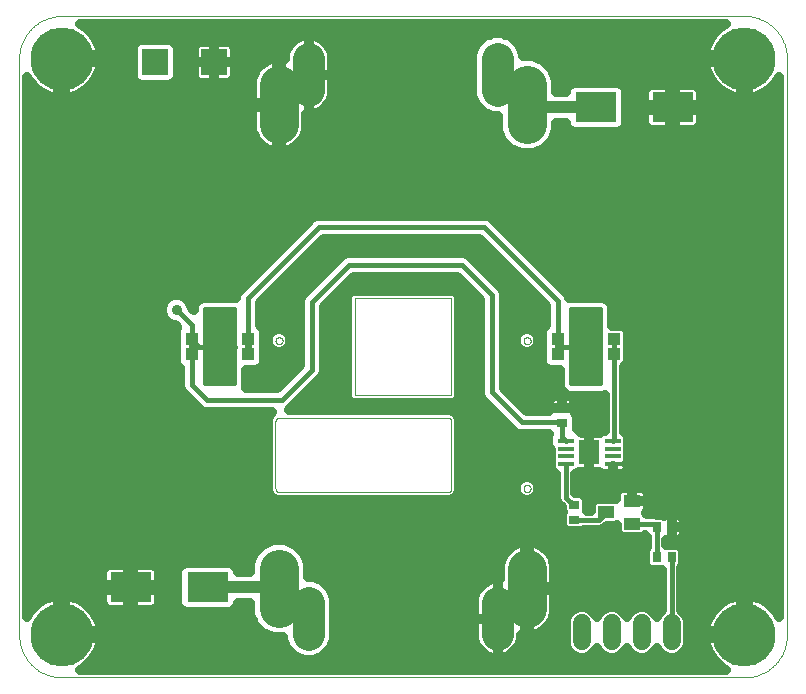
<source format=gtl>
G75*
%MOIN*%
%OFA0B0*%
%FSLAX25Y25*%
%IPPOS*%
%LPD*%
%AMOC8*
5,1,8,0,0,1.08239X$1,22.5*
%
%ADD10C,0.00000*%
%ADD11R,0.05512X0.03937*%
%ADD12R,0.05315X0.01772*%
%ADD13R,0.06693X0.07874*%
%ADD14R,0.04331X0.03937*%
%ADD15R,0.08661X0.07087*%
%ADD16C,0.01200*%
%ADD17R,0.03543X0.02756*%
%ADD18R,0.02756X0.03543*%
%ADD19C,0.12992*%
%ADD20C,0.10630*%
%ADD21R,0.13780X0.09843*%
%ADD22C,0.21000*%
%ADD23C,0.06000*%
%ADD24R,0.08600X0.08600*%
%ADD25C,0.02400*%
%ADD26C,0.01600*%
%ADD27C,0.03200*%
%ADD28C,0.01981*%
%ADD29C,0.04000*%
%ADD30C,0.03543*%
D10*
X0016773Y0003000D02*
X0244332Y0003000D01*
X0244674Y0003004D01*
X0245017Y0003017D01*
X0245359Y0003037D01*
X0245700Y0003066D01*
X0246040Y0003103D01*
X0246380Y0003149D01*
X0246718Y0003202D01*
X0247055Y0003264D01*
X0247390Y0003334D01*
X0247724Y0003412D01*
X0248055Y0003498D01*
X0248385Y0003592D01*
X0248712Y0003694D01*
X0249036Y0003803D01*
X0249358Y0003921D01*
X0249677Y0004046D01*
X0249992Y0004179D01*
X0250305Y0004320D01*
X0250613Y0004468D01*
X0250919Y0004623D01*
X0251220Y0004786D01*
X0251517Y0004956D01*
X0251810Y0005133D01*
X0252099Y0005318D01*
X0252383Y0005509D01*
X0252663Y0005707D01*
X0252937Y0005911D01*
X0253207Y0006123D01*
X0253471Y0006340D01*
X0253730Y0006564D01*
X0253984Y0006795D01*
X0254232Y0007031D01*
X0254474Y0007273D01*
X0254710Y0007521D01*
X0254941Y0007775D01*
X0255165Y0008034D01*
X0255382Y0008298D01*
X0255594Y0008568D01*
X0255798Y0008842D01*
X0255996Y0009122D01*
X0256187Y0009406D01*
X0256372Y0009695D01*
X0256549Y0009988D01*
X0256719Y0010285D01*
X0256882Y0010586D01*
X0257037Y0010892D01*
X0257185Y0011200D01*
X0257326Y0011513D01*
X0257459Y0011828D01*
X0257584Y0012147D01*
X0257702Y0012469D01*
X0257811Y0012793D01*
X0257913Y0013120D01*
X0258007Y0013450D01*
X0258093Y0013781D01*
X0258171Y0014115D01*
X0258241Y0014450D01*
X0258303Y0014787D01*
X0258356Y0015125D01*
X0258402Y0015465D01*
X0258439Y0015805D01*
X0258468Y0016146D01*
X0258488Y0016488D01*
X0258501Y0016831D01*
X0258505Y0017173D01*
X0258506Y0017173D02*
X0258506Y0209299D01*
X0258505Y0209299D02*
X0258501Y0209641D01*
X0258488Y0209984D01*
X0258468Y0210326D01*
X0258439Y0210667D01*
X0258402Y0211007D01*
X0258356Y0211347D01*
X0258303Y0211685D01*
X0258241Y0212022D01*
X0258171Y0212357D01*
X0258093Y0212691D01*
X0258007Y0213022D01*
X0257913Y0213352D01*
X0257811Y0213679D01*
X0257702Y0214003D01*
X0257584Y0214325D01*
X0257459Y0214644D01*
X0257326Y0214959D01*
X0257185Y0215272D01*
X0257037Y0215580D01*
X0256882Y0215886D01*
X0256719Y0216187D01*
X0256549Y0216484D01*
X0256372Y0216777D01*
X0256187Y0217066D01*
X0255996Y0217350D01*
X0255798Y0217630D01*
X0255594Y0217904D01*
X0255382Y0218174D01*
X0255165Y0218438D01*
X0254941Y0218697D01*
X0254710Y0218951D01*
X0254474Y0219199D01*
X0254232Y0219441D01*
X0253984Y0219677D01*
X0253730Y0219908D01*
X0253471Y0220132D01*
X0253207Y0220349D01*
X0252937Y0220561D01*
X0252663Y0220765D01*
X0252383Y0220963D01*
X0252099Y0221154D01*
X0251810Y0221339D01*
X0251517Y0221516D01*
X0251220Y0221686D01*
X0250919Y0221849D01*
X0250613Y0222004D01*
X0250305Y0222152D01*
X0249992Y0222293D01*
X0249677Y0222426D01*
X0249358Y0222551D01*
X0249036Y0222669D01*
X0248712Y0222778D01*
X0248385Y0222880D01*
X0248055Y0222974D01*
X0247724Y0223060D01*
X0247390Y0223138D01*
X0247055Y0223208D01*
X0246718Y0223270D01*
X0246380Y0223323D01*
X0246040Y0223369D01*
X0245700Y0223406D01*
X0245359Y0223435D01*
X0245017Y0223455D01*
X0244674Y0223468D01*
X0244332Y0223472D01*
X0016773Y0223472D01*
X0016431Y0223468D01*
X0016088Y0223455D01*
X0015746Y0223435D01*
X0015405Y0223406D01*
X0015065Y0223369D01*
X0014725Y0223323D01*
X0014387Y0223270D01*
X0014050Y0223208D01*
X0013715Y0223138D01*
X0013381Y0223060D01*
X0013050Y0222974D01*
X0012720Y0222880D01*
X0012393Y0222778D01*
X0012069Y0222669D01*
X0011747Y0222551D01*
X0011428Y0222426D01*
X0011113Y0222293D01*
X0010800Y0222152D01*
X0010492Y0222004D01*
X0010186Y0221849D01*
X0009885Y0221686D01*
X0009588Y0221516D01*
X0009295Y0221339D01*
X0009006Y0221154D01*
X0008722Y0220963D01*
X0008442Y0220765D01*
X0008168Y0220561D01*
X0007898Y0220349D01*
X0007634Y0220132D01*
X0007375Y0219908D01*
X0007121Y0219677D01*
X0006873Y0219441D01*
X0006631Y0219199D01*
X0006395Y0218951D01*
X0006164Y0218697D01*
X0005940Y0218438D01*
X0005723Y0218174D01*
X0005511Y0217904D01*
X0005307Y0217630D01*
X0005109Y0217350D01*
X0004918Y0217066D01*
X0004733Y0216777D01*
X0004556Y0216484D01*
X0004386Y0216187D01*
X0004223Y0215886D01*
X0004068Y0215580D01*
X0003920Y0215272D01*
X0003779Y0214959D01*
X0003646Y0214644D01*
X0003521Y0214325D01*
X0003403Y0214003D01*
X0003294Y0213679D01*
X0003192Y0213352D01*
X0003098Y0213022D01*
X0003012Y0212691D01*
X0002934Y0212357D01*
X0002864Y0212022D01*
X0002802Y0211685D01*
X0002749Y0211347D01*
X0002703Y0211007D01*
X0002666Y0210667D01*
X0002637Y0210326D01*
X0002617Y0209984D01*
X0002604Y0209641D01*
X0002600Y0209299D01*
X0002600Y0017173D01*
X0002604Y0016831D01*
X0002617Y0016488D01*
X0002637Y0016146D01*
X0002666Y0015805D01*
X0002703Y0015465D01*
X0002749Y0015125D01*
X0002802Y0014787D01*
X0002864Y0014450D01*
X0002934Y0014115D01*
X0003012Y0013781D01*
X0003098Y0013450D01*
X0003192Y0013120D01*
X0003294Y0012793D01*
X0003403Y0012469D01*
X0003521Y0012147D01*
X0003646Y0011828D01*
X0003779Y0011513D01*
X0003920Y0011200D01*
X0004068Y0010892D01*
X0004223Y0010586D01*
X0004386Y0010285D01*
X0004556Y0009988D01*
X0004733Y0009695D01*
X0004918Y0009406D01*
X0005109Y0009122D01*
X0005307Y0008842D01*
X0005511Y0008568D01*
X0005723Y0008298D01*
X0005940Y0008034D01*
X0006164Y0007775D01*
X0006395Y0007521D01*
X0006631Y0007273D01*
X0006873Y0007031D01*
X0007121Y0006795D01*
X0007375Y0006564D01*
X0007634Y0006340D01*
X0007898Y0006123D01*
X0008168Y0005911D01*
X0008442Y0005707D01*
X0008722Y0005509D01*
X0009006Y0005318D01*
X0009295Y0005133D01*
X0009588Y0004956D01*
X0009885Y0004786D01*
X0010186Y0004623D01*
X0010492Y0004468D01*
X0010800Y0004320D01*
X0011113Y0004179D01*
X0011428Y0004046D01*
X0011747Y0003921D01*
X0012069Y0003803D01*
X0012393Y0003694D01*
X0012720Y0003592D01*
X0013050Y0003498D01*
X0013381Y0003412D01*
X0013715Y0003334D01*
X0014050Y0003264D01*
X0014387Y0003202D01*
X0014725Y0003149D01*
X0015065Y0003103D01*
X0015405Y0003066D01*
X0015746Y0003037D01*
X0016088Y0003017D01*
X0016431Y0003004D01*
X0016773Y0003000D01*
X0088033Y0066031D02*
X0088033Y0088433D01*
X0088035Y0088499D01*
X0088040Y0088565D01*
X0088050Y0088631D01*
X0088063Y0088696D01*
X0088079Y0088760D01*
X0088099Y0088823D01*
X0088123Y0088885D01*
X0088150Y0088945D01*
X0088180Y0089004D01*
X0088214Y0089061D01*
X0088251Y0089116D01*
X0088291Y0089169D01*
X0088333Y0089220D01*
X0088379Y0089268D01*
X0088427Y0089314D01*
X0088478Y0089356D01*
X0088531Y0089396D01*
X0088586Y0089433D01*
X0088643Y0089467D01*
X0088702Y0089497D01*
X0088762Y0089524D01*
X0088824Y0089548D01*
X0088887Y0089568D01*
X0088951Y0089584D01*
X0089016Y0089597D01*
X0089082Y0089607D01*
X0089148Y0089612D01*
X0089214Y0089614D01*
X0145513Y0089614D01*
X0145579Y0089612D01*
X0145645Y0089607D01*
X0145711Y0089597D01*
X0145776Y0089584D01*
X0145840Y0089568D01*
X0145903Y0089548D01*
X0145965Y0089524D01*
X0146025Y0089497D01*
X0146084Y0089467D01*
X0146141Y0089433D01*
X0146196Y0089396D01*
X0146249Y0089356D01*
X0146300Y0089314D01*
X0146348Y0089268D01*
X0146394Y0089220D01*
X0146436Y0089169D01*
X0146476Y0089116D01*
X0146513Y0089061D01*
X0146547Y0089004D01*
X0146577Y0088945D01*
X0146604Y0088885D01*
X0146628Y0088823D01*
X0146648Y0088760D01*
X0146664Y0088696D01*
X0146677Y0088631D01*
X0146687Y0088565D01*
X0146692Y0088499D01*
X0146694Y0088433D01*
X0146694Y0065992D01*
X0146692Y0065926D01*
X0146687Y0065860D01*
X0146677Y0065794D01*
X0146664Y0065729D01*
X0146648Y0065665D01*
X0146628Y0065602D01*
X0146604Y0065540D01*
X0146577Y0065480D01*
X0146547Y0065421D01*
X0146513Y0065364D01*
X0146476Y0065309D01*
X0146436Y0065256D01*
X0146394Y0065205D01*
X0146348Y0065157D01*
X0146300Y0065111D01*
X0146249Y0065069D01*
X0146196Y0065029D01*
X0146141Y0064992D01*
X0146084Y0064958D01*
X0146025Y0064928D01*
X0145965Y0064901D01*
X0145903Y0064877D01*
X0145840Y0064857D01*
X0145776Y0064841D01*
X0145711Y0064828D01*
X0145645Y0064818D01*
X0145579Y0064813D01*
X0145513Y0064811D01*
X0089214Y0064811D01*
X0089148Y0064813D01*
X0089082Y0064818D01*
X0089016Y0064828D01*
X0088951Y0064841D01*
X0088887Y0064857D01*
X0088824Y0064877D01*
X0088762Y0064901D01*
X0088702Y0064928D01*
X0088643Y0064958D01*
X0088586Y0064992D01*
X0088531Y0065029D01*
X0088478Y0065069D01*
X0088427Y0065111D01*
X0088379Y0065157D01*
X0088333Y0065205D01*
X0088291Y0065256D01*
X0088251Y0065309D01*
X0088214Y0065364D01*
X0088180Y0065421D01*
X0088150Y0065480D01*
X0088123Y0065540D01*
X0088099Y0065602D01*
X0088079Y0065665D01*
X0088063Y0065729D01*
X0088050Y0065794D01*
X0088040Y0065860D01*
X0088035Y0065926D01*
X0088033Y0065992D01*
X0114411Y0097094D02*
X0146694Y0097094D01*
X0146694Y0129378D01*
X0114411Y0129378D01*
X0114411Y0097094D01*
X0088033Y0115205D02*
X0088035Y0115274D01*
X0088041Y0115342D01*
X0088051Y0115410D01*
X0088065Y0115477D01*
X0088083Y0115544D01*
X0088104Y0115609D01*
X0088130Y0115673D01*
X0088159Y0115735D01*
X0088191Y0115795D01*
X0088227Y0115854D01*
X0088267Y0115910D01*
X0088309Y0115964D01*
X0088355Y0116015D01*
X0088404Y0116064D01*
X0088455Y0116110D01*
X0088509Y0116152D01*
X0088565Y0116192D01*
X0088623Y0116228D01*
X0088684Y0116260D01*
X0088746Y0116289D01*
X0088810Y0116315D01*
X0088875Y0116336D01*
X0088942Y0116354D01*
X0089009Y0116368D01*
X0089077Y0116378D01*
X0089145Y0116384D01*
X0089214Y0116386D01*
X0089283Y0116384D01*
X0089351Y0116378D01*
X0089419Y0116368D01*
X0089486Y0116354D01*
X0089553Y0116336D01*
X0089618Y0116315D01*
X0089682Y0116289D01*
X0089744Y0116260D01*
X0089804Y0116228D01*
X0089863Y0116192D01*
X0089919Y0116152D01*
X0089973Y0116110D01*
X0090024Y0116064D01*
X0090073Y0116015D01*
X0090119Y0115964D01*
X0090161Y0115910D01*
X0090201Y0115854D01*
X0090237Y0115795D01*
X0090269Y0115735D01*
X0090298Y0115673D01*
X0090324Y0115609D01*
X0090345Y0115544D01*
X0090363Y0115477D01*
X0090377Y0115410D01*
X0090387Y0115342D01*
X0090393Y0115274D01*
X0090395Y0115205D01*
X0090393Y0115136D01*
X0090387Y0115068D01*
X0090377Y0115000D01*
X0090363Y0114933D01*
X0090345Y0114866D01*
X0090324Y0114801D01*
X0090298Y0114737D01*
X0090269Y0114675D01*
X0090237Y0114614D01*
X0090201Y0114556D01*
X0090161Y0114500D01*
X0090119Y0114446D01*
X0090073Y0114395D01*
X0090024Y0114346D01*
X0089973Y0114300D01*
X0089919Y0114258D01*
X0089863Y0114218D01*
X0089805Y0114182D01*
X0089744Y0114150D01*
X0089682Y0114121D01*
X0089618Y0114095D01*
X0089553Y0114074D01*
X0089486Y0114056D01*
X0089419Y0114042D01*
X0089351Y0114032D01*
X0089283Y0114026D01*
X0089214Y0114024D01*
X0089145Y0114026D01*
X0089077Y0114032D01*
X0089009Y0114042D01*
X0088942Y0114056D01*
X0088875Y0114074D01*
X0088810Y0114095D01*
X0088746Y0114121D01*
X0088684Y0114150D01*
X0088623Y0114182D01*
X0088565Y0114218D01*
X0088509Y0114258D01*
X0088455Y0114300D01*
X0088404Y0114346D01*
X0088355Y0114395D01*
X0088309Y0114446D01*
X0088267Y0114500D01*
X0088227Y0114556D01*
X0088191Y0114614D01*
X0088159Y0114675D01*
X0088130Y0114737D01*
X0088104Y0114801D01*
X0088083Y0114866D01*
X0088065Y0114933D01*
X0088051Y0115000D01*
X0088041Y0115068D01*
X0088035Y0115136D01*
X0088033Y0115205D01*
X0170710Y0115205D02*
X0170712Y0115274D01*
X0170718Y0115342D01*
X0170728Y0115410D01*
X0170742Y0115477D01*
X0170760Y0115544D01*
X0170781Y0115609D01*
X0170807Y0115673D01*
X0170836Y0115735D01*
X0170868Y0115795D01*
X0170904Y0115854D01*
X0170944Y0115910D01*
X0170986Y0115964D01*
X0171032Y0116015D01*
X0171081Y0116064D01*
X0171132Y0116110D01*
X0171186Y0116152D01*
X0171242Y0116192D01*
X0171300Y0116228D01*
X0171361Y0116260D01*
X0171423Y0116289D01*
X0171487Y0116315D01*
X0171552Y0116336D01*
X0171619Y0116354D01*
X0171686Y0116368D01*
X0171754Y0116378D01*
X0171822Y0116384D01*
X0171891Y0116386D01*
X0171960Y0116384D01*
X0172028Y0116378D01*
X0172096Y0116368D01*
X0172163Y0116354D01*
X0172230Y0116336D01*
X0172295Y0116315D01*
X0172359Y0116289D01*
X0172421Y0116260D01*
X0172481Y0116228D01*
X0172540Y0116192D01*
X0172596Y0116152D01*
X0172650Y0116110D01*
X0172701Y0116064D01*
X0172750Y0116015D01*
X0172796Y0115964D01*
X0172838Y0115910D01*
X0172878Y0115854D01*
X0172914Y0115795D01*
X0172946Y0115735D01*
X0172975Y0115673D01*
X0173001Y0115609D01*
X0173022Y0115544D01*
X0173040Y0115477D01*
X0173054Y0115410D01*
X0173064Y0115342D01*
X0173070Y0115274D01*
X0173072Y0115205D01*
X0173070Y0115136D01*
X0173064Y0115068D01*
X0173054Y0115000D01*
X0173040Y0114933D01*
X0173022Y0114866D01*
X0173001Y0114801D01*
X0172975Y0114737D01*
X0172946Y0114675D01*
X0172914Y0114614D01*
X0172878Y0114556D01*
X0172838Y0114500D01*
X0172796Y0114446D01*
X0172750Y0114395D01*
X0172701Y0114346D01*
X0172650Y0114300D01*
X0172596Y0114258D01*
X0172540Y0114218D01*
X0172482Y0114182D01*
X0172421Y0114150D01*
X0172359Y0114121D01*
X0172295Y0114095D01*
X0172230Y0114074D01*
X0172163Y0114056D01*
X0172096Y0114042D01*
X0172028Y0114032D01*
X0171960Y0114026D01*
X0171891Y0114024D01*
X0171822Y0114026D01*
X0171754Y0114032D01*
X0171686Y0114042D01*
X0171619Y0114056D01*
X0171552Y0114074D01*
X0171487Y0114095D01*
X0171423Y0114121D01*
X0171361Y0114150D01*
X0171300Y0114182D01*
X0171242Y0114218D01*
X0171186Y0114258D01*
X0171132Y0114300D01*
X0171081Y0114346D01*
X0171032Y0114395D01*
X0170986Y0114446D01*
X0170944Y0114500D01*
X0170904Y0114556D01*
X0170868Y0114614D01*
X0170836Y0114675D01*
X0170807Y0114737D01*
X0170781Y0114801D01*
X0170760Y0114866D01*
X0170742Y0114933D01*
X0170728Y0115000D01*
X0170718Y0115068D01*
X0170712Y0115136D01*
X0170710Y0115205D01*
X0170710Y0065992D02*
X0170712Y0066061D01*
X0170718Y0066129D01*
X0170728Y0066197D01*
X0170742Y0066264D01*
X0170760Y0066331D01*
X0170781Y0066396D01*
X0170807Y0066460D01*
X0170836Y0066522D01*
X0170868Y0066582D01*
X0170904Y0066641D01*
X0170944Y0066697D01*
X0170986Y0066751D01*
X0171032Y0066802D01*
X0171081Y0066851D01*
X0171132Y0066897D01*
X0171186Y0066939D01*
X0171242Y0066979D01*
X0171300Y0067015D01*
X0171361Y0067047D01*
X0171423Y0067076D01*
X0171487Y0067102D01*
X0171552Y0067123D01*
X0171619Y0067141D01*
X0171686Y0067155D01*
X0171754Y0067165D01*
X0171822Y0067171D01*
X0171891Y0067173D01*
X0171960Y0067171D01*
X0172028Y0067165D01*
X0172096Y0067155D01*
X0172163Y0067141D01*
X0172230Y0067123D01*
X0172295Y0067102D01*
X0172359Y0067076D01*
X0172421Y0067047D01*
X0172481Y0067015D01*
X0172540Y0066979D01*
X0172596Y0066939D01*
X0172650Y0066897D01*
X0172701Y0066851D01*
X0172750Y0066802D01*
X0172796Y0066751D01*
X0172838Y0066697D01*
X0172878Y0066641D01*
X0172914Y0066582D01*
X0172946Y0066522D01*
X0172975Y0066460D01*
X0173001Y0066396D01*
X0173022Y0066331D01*
X0173040Y0066264D01*
X0173054Y0066197D01*
X0173064Y0066129D01*
X0173070Y0066061D01*
X0173072Y0065992D01*
X0173070Y0065923D01*
X0173064Y0065855D01*
X0173054Y0065787D01*
X0173040Y0065720D01*
X0173022Y0065653D01*
X0173001Y0065588D01*
X0172975Y0065524D01*
X0172946Y0065462D01*
X0172914Y0065401D01*
X0172878Y0065343D01*
X0172838Y0065287D01*
X0172796Y0065233D01*
X0172750Y0065182D01*
X0172701Y0065133D01*
X0172650Y0065087D01*
X0172596Y0065045D01*
X0172540Y0065005D01*
X0172482Y0064969D01*
X0172421Y0064937D01*
X0172359Y0064908D01*
X0172295Y0064882D01*
X0172230Y0064861D01*
X0172163Y0064843D01*
X0172096Y0064829D01*
X0172028Y0064819D01*
X0171960Y0064813D01*
X0171891Y0064811D01*
X0171822Y0064813D01*
X0171754Y0064819D01*
X0171686Y0064829D01*
X0171619Y0064843D01*
X0171552Y0064861D01*
X0171487Y0064882D01*
X0171423Y0064908D01*
X0171361Y0064937D01*
X0171300Y0064969D01*
X0171242Y0065005D01*
X0171186Y0065045D01*
X0171132Y0065087D01*
X0171081Y0065133D01*
X0171032Y0065182D01*
X0170986Y0065233D01*
X0170944Y0065287D01*
X0170904Y0065343D01*
X0170868Y0065401D01*
X0170836Y0065462D01*
X0170807Y0065524D01*
X0170781Y0065588D01*
X0170760Y0065653D01*
X0170742Y0065720D01*
X0170728Y0065787D01*
X0170718Y0065855D01*
X0170712Y0065923D01*
X0170710Y0065992D01*
D11*
X0198269Y0058000D03*
X0206931Y0054260D03*
X0206931Y0061740D03*
D12*
X0200376Y0074161D03*
X0200376Y0076720D03*
X0200376Y0079280D03*
X0200376Y0081839D03*
X0184824Y0081839D03*
X0184824Y0079280D03*
X0184824Y0076720D03*
X0184824Y0074161D03*
D13*
X0192600Y0078000D03*
D14*
X0201025Y0110677D03*
X0201025Y0115795D03*
X0182128Y0115795D03*
X0182128Y0110677D03*
X0078978Y0110677D03*
X0078978Y0115795D03*
X0060080Y0115795D03*
X0060080Y0110677D03*
D15*
X0069529Y0113236D03*
X0191576Y0113236D03*
D16*
X0186576Y0113263D02*
X0196576Y0113263D01*
X0196576Y0112065D02*
X0186576Y0112065D01*
X0186576Y0110866D02*
X0196576Y0110866D01*
X0196576Y0109668D02*
X0186576Y0109668D01*
X0186576Y0108469D02*
X0196576Y0108469D01*
X0196576Y0107270D02*
X0186576Y0107270D01*
X0186576Y0106072D02*
X0196576Y0106072D01*
X0196576Y0104873D02*
X0186576Y0104873D01*
X0186576Y0103675D02*
X0196576Y0103675D01*
X0196576Y0102476D02*
X0186576Y0102476D01*
X0186576Y0101278D02*
X0196576Y0101278D01*
X0196576Y0100736D02*
X0186576Y0100736D01*
X0186576Y0125736D01*
X0196576Y0125736D01*
X0196576Y0100736D01*
X0196576Y0114462D02*
X0186576Y0114462D01*
X0186576Y0115660D02*
X0196576Y0115660D01*
X0196576Y0116859D02*
X0186576Y0116859D01*
X0186576Y0118057D02*
X0196576Y0118057D01*
X0196576Y0119256D02*
X0186576Y0119256D01*
X0186576Y0120454D02*
X0196576Y0120454D01*
X0196576Y0121653D02*
X0186576Y0121653D01*
X0186576Y0122851D02*
X0196576Y0122851D01*
X0196576Y0124050D02*
X0186576Y0124050D01*
X0186576Y0125248D02*
X0196576Y0125248D01*
X0074529Y0125248D02*
X0064529Y0125248D01*
X0064529Y0125736D02*
X0074529Y0125736D01*
X0074529Y0100736D01*
X0064529Y0100736D01*
X0064529Y0125736D01*
X0064529Y0124050D02*
X0074529Y0124050D01*
X0074529Y0122851D02*
X0064529Y0122851D01*
X0064529Y0121653D02*
X0074529Y0121653D01*
X0074529Y0120454D02*
X0064529Y0120454D01*
X0064529Y0119256D02*
X0074529Y0119256D01*
X0074529Y0118057D02*
X0064529Y0118057D01*
X0064529Y0116859D02*
X0074529Y0116859D01*
X0074529Y0115660D02*
X0064529Y0115660D01*
X0064529Y0114462D02*
X0074529Y0114462D01*
X0074529Y0113263D02*
X0064529Y0113263D01*
X0064529Y0112065D02*
X0074529Y0112065D01*
X0074529Y0110866D02*
X0064529Y0110866D01*
X0064529Y0109668D02*
X0074529Y0109668D01*
X0074529Y0108469D02*
X0064529Y0108469D01*
X0064529Y0107270D02*
X0074529Y0107270D01*
X0074529Y0106072D02*
X0064529Y0106072D01*
X0064529Y0104873D02*
X0074529Y0104873D01*
X0074529Y0103675D02*
X0064529Y0103675D01*
X0064529Y0102476D02*
X0074529Y0102476D01*
X0074529Y0101278D02*
X0064529Y0101278D01*
D17*
X0183486Y0092941D03*
X0183486Y0087823D03*
X0187600Y0060559D03*
X0187600Y0055441D03*
D18*
X0215041Y0053000D03*
X0220159Y0053000D03*
X0220159Y0043000D03*
X0215041Y0043000D03*
D19*
X0171891Y0039102D02*
X0171891Y0026110D01*
X0089214Y0026110D02*
X0089214Y0039102D01*
X0089214Y0187370D02*
X0089214Y0200362D01*
X0171891Y0200362D02*
X0171891Y0187370D01*
D20*
X0162049Y0198551D02*
X0162049Y0209181D01*
X0099057Y0209181D02*
X0099057Y0198551D01*
X0099057Y0027921D02*
X0099057Y0017291D01*
X0162049Y0017291D02*
X0162049Y0027921D01*
D21*
X0065395Y0033000D03*
X0039805Y0033000D03*
X0194805Y0193000D03*
X0220395Y0193000D03*
D22*
X0244332Y0209299D03*
X0244332Y0017173D03*
X0016773Y0017173D03*
X0016773Y0209299D03*
D23*
X0190100Y0021000D02*
X0190100Y0015000D01*
X0200100Y0015000D02*
X0200100Y0021000D01*
X0210100Y0021000D02*
X0210100Y0015000D01*
X0220100Y0015000D02*
X0220100Y0021000D01*
D24*
X0067600Y0208000D03*
X0047915Y0208000D03*
D25*
X0060080Y0115795D02*
X0060080Y0110677D01*
X0078978Y0110677D02*
X0078978Y0115795D01*
X0182128Y0115795D02*
X0182128Y0110677D01*
D26*
X0182876Y0113236D01*
X0191576Y0113236D01*
X0201025Y0110677D02*
X0201025Y0082488D01*
X0200376Y0081839D01*
X0184824Y0081839D02*
X0183486Y0083177D01*
X0183486Y0087823D01*
X0180809Y0088000D01*
X0170100Y0088000D01*
X0160100Y0098000D01*
X0160100Y0130500D01*
X0150100Y0140500D01*
X0112600Y0140500D01*
X0100100Y0128000D01*
X0100100Y0105500D01*
X0090100Y0095500D01*
X0065100Y0095500D01*
X0060080Y0100520D01*
X0060080Y0110677D01*
X0062639Y0113236D02*
X0069529Y0113236D01*
X0074450Y0113236D01*
X0078978Y0115795D02*
X0078978Y0129378D01*
X0102600Y0153000D01*
X0157600Y0153000D01*
X0182128Y0128472D01*
X0182128Y0115795D01*
X0201025Y0115795D02*
X0201025Y0110677D01*
X0184824Y0074161D02*
X0184824Y0062783D01*
X0187600Y0060559D01*
X0187600Y0055441D02*
X0195710Y0055441D01*
X0198269Y0058000D01*
X0206931Y0054260D02*
X0213781Y0054260D01*
X0215041Y0053000D01*
X0215041Y0043000D01*
X0220100Y0042941D02*
X0220159Y0043000D01*
X0220100Y0042941D02*
X0220100Y0018000D01*
X0062639Y0113236D02*
X0060080Y0115795D01*
X0060100Y0115795D01*
X0060100Y0115500D01*
X0060100Y0115795D02*
X0060100Y0120500D01*
X0055100Y0125500D01*
D27*
X0059525Y0127742D02*
X0061274Y0127742D01*
X0061329Y0127874D02*
X0060754Y0126487D01*
X0060754Y0125467D01*
X0060046Y0126175D01*
X0060046Y0126484D01*
X0059293Y0128302D01*
X0057902Y0129693D01*
X0056084Y0130446D01*
X0054116Y0130446D01*
X0052298Y0129693D01*
X0050907Y0128302D01*
X0050154Y0126484D01*
X0050154Y0124516D01*
X0050907Y0122698D01*
X0052298Y0121307D01*
X0054116Y0120554D01*
X0054425Y0120554D01*
X0055320Y0119659D01*
X0055223Y0119562D01*
X0054740Y0118395D01*
X0054740Y0108077D01*
X0055223Y0106910D01*
X0056106Y0106028D01*
X0056106Y0099729D01*
X0056711Y0098268D01*
X0057829Y0097150D01*
X0062848Y0092130D01*
X0064309Y0091525D01*
X0087008Y0091525D01*
X0086446Y0091201D01*
X0085433Y0089446D01*
X0085433Y0064979D01*
X0086446Y0063224D01*
X0086446Y0063224D01*
X0086446Y0063224D01*
X0088201Y0062211D01*
X0146527Y0062211D01*
X0148281Y0063224D01*
X0148281Y0063224D01*
X0148281Y0063224D01*
X0149294Y0064979D01*
X0149294Y0089446D01*
X0148281Y0091201D01*
X0146527Y0092214D01*
X0092435Y0092214D01*
X0093470Y0093248D01*
X0103470Y0103248D01*
X0104075Y0104709D01*
X0104075Y0126354D01*
X0114246Y0136525D01*
X0148454Y0136525D01*
X0156125Y0128854D01*
X0156125Y0097209D01*
X0156730Y0095748D01*
X0157848Y0094630D01*
X0167848Y0084630D01*
X0169309Y0084025D01*
X0179269Y0084025D01*
X0178992Y0083356D01*
X0178992Y0080321D01*
X0179475Y0079154D01*
X0179767Y0078863D01*
X0179767Y0072798D01*
X0180132Y0071916D01*
X0180807Y0071241D01*
X0181624Y0070903D01*
X0181624Y0063239D01*
X0181574Y0063066D01*
X0181624Y0062608D01*
X0181624Y0062147D01*
X0181694Y0061980D01*
X0181713Y0061800D01*
X0181935Y0061396D01*
X0182112Y0060971D01*
X0182239Y0060843D01*
X0182327Y0060684D01*
X0182686Y0060396D01*
X0183012Y0060071D01*
X0183179Y0060001D01*
X0183428Y0059801D01*
X0183428Y0058704D01*
X0183720Y0058000D01*
X0183428Y0057296D01*
X0183428Y0053586D01*
X0183794Y0052703D01*
X0184469Y0052028D01*
X0185351Y0051663D01*
X0189849Y0051663D01*
X0190731Y0052028D01*
X0190944Y0052241D01*
X0196347Y0052241D01*
X0197523Y0052728D01*
X0198426Y0053631D01*
X0201503Y0053631D01*
X0201775Y0053744D01*
X0201775Y0051814D01*
X0202140Y0050932D01*
X0202815Y0050257D01*
X0203697Y0049891D01*
X0210164Y0049891D01*
X0211046Y0050257D01*
X0211344Y0050555D01*
X0211628Y0049869D01*
X0211841Y0049656D01*
X0211841Y0046344D01*
X0211628Y0046131D01*
X0211263Y0045249D01*
X0211263Y0040751D01*
X0211628Y0039869D01*
X0212303Y0039194D01*
X0213186Y0038828D01*
X0216896Y0038828D01*
X0216900Y0038830D01*
X0216900Y0025437D01*
X0215522Y0024059D01*
X0215100Y0023040D01*
X0214678Y0024059D01*
X0213159Y0025578D01*
X0211174Y0026400D01*
X0209026Y0026400D01*
X0207041Y0025578D01*
X0205522Y0024059D01*
X0205100Y0023040D01*
X0204678Y0024059D01*
X0203159Y0025578D01*
X0201174Y0026400D01*
X0199026Y0026400D01*
X0197041Y0025578D01*
X0195522Y0024059D01*
X0195100Y0023040D01*
X0194678Y0024059D01*
X0193159Y0025578D01*
X0191174Y0026400D01*
X0189026Y0026400D01*
X0187041Y0025578D01*
X0185522Y0024059D01*
X0184700Y0022074D01*
X0184700Y0013926D01*
X0185522Y0011941D01*
X0187041Y0010422D01*
X0189026Y0009600D01*
X0191174Y0009600D01*
X0193159Y0010422D01*
X0194678Y0011941D01*
X0195100Y0012960D01*
X0195522Y0011941D01*
X0197041Y0010422D01*
X0199026Y0009600D01*
X0201174Y0009600D01*
X0203159Y0010422D01*
X0204678Y0011941D01*
X0205100Y0012960D01*
X0205522Y0011941D01*
X0207041Y0010422D01*
X0209026Y0009600D01*
X0211174Y0009600D01*
X0213159Y0010422D01*
X0214678Y0011941D01*
X0215100Y0012960D01*
X0215522Y0011941D01*
X0217041Y0010422D01*
X0219026Y0009600D01*
X0221174Y0009600D01*
X0223159Y0010422D01*
X0224678Y0011941D01*
X0225500Y0013926D01*
X0225500Y0022074D01*
X0224678Y0024059D01*
X0223300Y0025437D01*
X0223300Y0039597D01*
X0223572Y0039869D01*
X0223937Y0040751D01*
X0223937Y0045249D01*
X0223572Y0046131D01*
X0222896Y0046806D01*
X0222014Y0047172D01*
X0218304Y0047172D01*
X0218241Y0047146D01*
X0218241Y0048685D01*
X0218525Y0048628D01*
X0220159Y0048628D01*
X0220159Y0053000D01*
X0220159Y0057372D01*
X0218525Y0057372D01*
X0218023Y0057272D01*
X0217550Y0057076D01*
X0217388Y0056968D01*
X0216896Y0057172D01*
X0215113Y0057172D01*
X0214418Y0057460D01*
X0211774Y0057460D01*
X0211721Y0057588D01*
X0211450Y0057859D01*
X0211706Y0058114D01*
X0211991Y0058540D01*
X0212187Y0059013D01*
X0212287Y0059516D01*
X0212287Y0061740D01*
X0206931Y0061740D01*
X0206931Y0061740D01*
X0212287Y0061740D01*
X0212287Y0063965D01*
X0212187Y0064467D01*
X0211991Y0064940D01*
X0211706Y0065366D01*
X0211344Y0065728D01*
X0210918Y0066013D01*
X0210445Y0066209D01*
X0209943Y0066309D01*
X0206931Y0066309D01*
X0206931Y0061740D01*
X0206931Y0061740D01*
X0206931Y0066309D01*
X0203919Y0066309D01*
X0203416Y0066209D01*
X0202943Y0066013D01*
X0202517Y0065728D01*
X0202155Y0065366D01*
X0201871Y0064940D01*
X0201675Y0064467D01*
X0201575Y0063965D01*
X0201575Y0062339D01*
X0201503Y0062368D01*
X0195036Y0062368D01*
X0194154Y0062003D01*
X0193479Y0061328D01*
X0193113Y0060446D01*
X0193113Y0058641D01*
X0191746Y0058641D01*
X0191772Y0058704D01*
X0191772Y0062414D01*
X0191406Y0063296D01*
X0190731Y0063972D01*
X0189849Y0064337D01*
X0188024Y0064337D01*
X0188024Y0070903D01*
X0188841Y0071241D01*
X0189063Y0071463D01*
X0192527Y0071463D01*
X0192527Y0077927D01*
X0192673Y0077927D01*
X0192673Y0071463D01*
X0195854Y0071463D01*
X0196061Y0071256D01*
X0196487Y0070971D01*
X0196960Y0070776D01*
X0197462Y0070676D01*
X0200376Y0070676D01*
X0203289Y0070676D01*
X0203791Y0070776D01*
X0204265Y0070971D01*
X0204690Y0071256D01*
X0205053Y0071618D01*
X0205337Y0072044D01*
X0205533Y0072517D01*
X0205633Y0073020D01*
X0205633Y0074161D01*
X0204754Y0074161D01*
X0204754Y0074161D01*
X0205633Y0074161D01*
X0205633Y0075303D01*
X0205533Y0075806D01*
X0205433Y0076047D01*
X0205433Y0083202D01*
X0205068Y0084084D01*
X0204393Y0084759D01*
X0204225Y0084828D01*
X0204225Y0106539D01*
X0204550Y0106674D01*
X0205225Y0107349D01*
X0205591Y0108231D01*
X0205591Y0113123D01*
X0205544Y0113236D01*
X0205591Y0113349D01*
X0205591Y0118241D01*
X0205225Y0119123D01*
X0204550Y0119798D01*
X0203668Y0120164D01*
X0200351Y0120164D01*
X0200351Y0126487D01*
X0199776Y0127874D01*
X0198715Y0128936D01*
X0197327Y0129511D01*
X0186000Y0129511D01*
X0185497Y0130724D01*
X0184379Y0131842D01*
X0159852Y0156370D01*
X0158391Y0156975D01*
X0101809Y0156975D01*
X0100348Y0156370D01*
X0099230Y0155252D01*
X0075608Y0131629D01*
X0075003Y0130169D01*
X0075003Y0129511D01*
X0063778Y0129511D01*
X0062391Y0128936D01*
X0061329Y0127874D01*
X0052260Y0121345D02*
X0005200Y0121345D01*
X0005200Y0118146D02*
X0054740Y0118146D01*
X0054740Y0114948D02*
X0005200Y0114948D01*
X0005200Y0111749D02*
X0054740Y0111749D01*
X0054740Y0108551D02*
X0005200Y0108551D01*
X0005200Y0105352D02*
X0056106Y0105352D01*
X0056106Y0102154D02*
X0005200Y0102154D01*
X0005200Y0098955D02*
X0056426Y0098955D01*
X0059222Y0095757D02*
X0005200Y0095757D01*
X0005200Y0092558D02*
X0062420Y0092558D01*
X0078092Y0099475D02*
X0078304Y0099985D01*
X0078304Y0105534D01*
X0081775Y0105534D01*
X0082942Y0106017D01*
X0083835Y0106910D01*
X0084318Y0108077D01*
X0084318Y0118395D01*
X0083835Y0119562D01*
X0082953Y0120444D01*
X0082953Y0127732D01*
X0104246Y0149025D01*
X0155954Y0149025D01*
X0178153Y0126826D01*
X0178153Y0120444D01*
X0177271Y0119562D01*
X0176787Y0118395D01*
X0176787Y0108077D01*
X0177271Y0106910D01*
X0178164Y0106017D01*
X0179331Y0105534D01*
X0182802Y0105534D01*
X0182802Y0099985D01*
X0183376Y0098598D01*
X0184438Y0097536D01*
X0185826Y0096961D01*
X0197327Y0096961D01*
X0197825Y0097168D01*
X0197825Y0085124D01*
X0197241Y0085124D01*
X0196359Y0084759D01*
X0196137Y0084537D01*
X0192673Y0084537D01*
X0192673Y0078073D01*
X0192527Y0078073D01*
X0192527Y0084537D01*
X0190159Y0084537D01*
X0189280Y0085416D01*
X0188416Y0085774D01*
X0188432Y0085813D01*
X0188432Y0089832D01*
X0187949Y0090999D01*
X0187822Y0091127D01*
X0187857Y0091307D01*
X0187857Y0092941D01*
X0187857Y0094575D01*
X0187758Y0095077D01*
X0187562Y0095550D01*
X0187277Y0095976D01*
X0186915Y0096338D01*
X0186489Y0096623D01*
X0186016Y0096819D01*
X0185514Y0096919D01*
X0183486Y0096919D01*
X0183486Y0092941D01*
X0187857Y0092941D01*
X0183486Y0092941D01*
X0183486Y0092941D01*
X0183486Y0092941D01*
X0183486Y0096919D01*
X0181458Y0096919D01*
X0180956Y0096819D01*
X0180483Y0096623D01*
X0180057Y0096338D01*
X0179695Y0095976D01*
X0179410Y0095550D01*
X0179214Y0095077D01*
X0179114Y0094575D01*
X0179114Y0092941D01*
X0183486Y0092941D01*
X0183486Y0092941D01*
X0179114Y0092941D01*
X0179114Y0091975D01*
X0171746Y0091975D01*
X0164075Y0099646D01*
X0164075Y0131291D01*
X0163470Y0132752D01*
X0153470Y0142752D01*
X0152352Y0143870D01*
X0150891Y0144475D01*
X0111809Y0144475D01*
X0110348Y0143870D01*
X0097848Y0131370D01*
X0096730Y0130252D01*
X0096125Y0128791D01*
X0096125Y0107146D01*
X0088454Y0099475D01*
X0078092Y0099475D01*
X0078304Y0102154D02*
X0091133Y0102154D01*
X0094331Y0105352D02*
X0078304Y0105352D01*
X0084318Y0108551D02*
X0096125Y0108551D01*
X0096125Y0111749D02*
X0090753Y0111749D01*
X0091356Y0111999D02*
X0092420Y0113063D01*
X0092995Y0114453D01*
X0092995Y0115957D01*
X0092420Y0117347D01*
X0091356Y0118410D01*
X0089966Y0118986D01*
X0088462Y0118986D01*
X0087072Y0118410D01*
X0086009Y0117347D01*
X0085433Y0115957D01*
X0085433Y0114453D01*
X0086009Y0113063D01*
X0087072Y0111999D01*
X0088462Y0111424D01*
X0089966Y0111424D01*
X0091356Y0111999D01*
X0092995Y0114948D02*
X0096125Y0114948D01*
X0096125Y0118146D02*
X0091620Y0118146D01*
X0096125Y0121345D02*
X0082953Y0121345D01*
X0084318Y0118146D02*
X0086809Y0118146D01*
X0085433Y0114948D02*
X0084318Y0114948D01*
X0084318Y0111749D02*
X0087676Y0111749D01*
X0082953Y0124543D02*
X0096125Y0124543D01*
X0096125Y0127742D02*
X0082963Y0127742D01*
X0086162Y0130940D02*
X0097419Y0130940D01*
X0100618Y0134139D02*
X0089360Y0134139D01*
X0092559Y0137337D02*
X0103816Y0137337D01*
X0107015Y0140536D02*
X0095757Y0140536D01*
X0098956Y0143734D02*
X0110213Y0143734D01*
X0102154Y0146933D02*
X0158046Y0146933D01*
X0161244Y0143734D02*
X0152487Y0143734D01*
X0155685Y0140536D02*
X0164443Y0140536D01*
X0167641Y0137337D02*
X0158884Y0137337D01*
X0162082Y0134139D02*
X0170840Y0134139D01*
X0174038Y0130940D02*
X0164075Y0130940D01*
X0164075Y0127742D02*
X0177237Y0127742D01*
X0178153Y0124543D02*
X0164075Y0124543D01*
X0164075Y0121345D02*
X0178153Y0121345D01*
X0176787Y0118146D02*
X0174297Y0118146D01*
X0174033Y0118410D02*
X0172643Y0118986D01*
X0171139Y0118986D01*
X0169750Y0118410D01*
X0168686Y0117347D01*
X0168110Y0115957D01*
X0168110Y0114453D01*
X0168686Y0113063D01*
X0169750Y0111999D01*
X0171139Y0111424D01*
X0172643Y0111424D01*
X0174033Y0111999D01*
X0175097Y0113063D01*
X0175672Y0114453D01*
X0175672Y0115957D01*
X0175097Y0117347D01*
X0174033Y0118410D01*
X0175672Y0114948D02*
X0176787Y0114948D01*
X0176787Y0111749D02*
X0173430Y0111749D01*
X0170353Y0111749D02*
X0164075Y0111749D01*
X0164075Y0108551D02*
X0176787Y0108551D01*
X0182802Y0105352D02*
X0164075Y0105352D01*
X0164075Y0102154D02*
X0182802Y0102154D01*
X0183228Y0098955D02*
X0164766Y0098955D01*
X0167964Y0095757D02*
X0179548Y0095757D01*
X0179114Y0092558D02*
X0171163Y0092558D01*
X0166317Y0086161D02*
X0149294Y0086161D01*
X0149294Y0089360D02*
X0163119Y0089360D01*
X0159920Y0092558D02*
X0092780Y0092558D01*
X0095978Y0095757D02*
X0112151Y0095757D01*
X0112207Y0095622D02*
X0112938Y0094890D01*
X0113894Y0094494D01*
X0147212Y0094494D01*
X0148167Y0094890D01*
X0148899Y0095622D01*
X0149294Y0096577D01*
X0149294Y0129895D01*
X0148899Y0130851D01*
X0148167Y0131582D01*
X0147212Y0131978D01*
X0113894Y0131978D01*
X0112938Y0131582D01*
X0112207Y0130851D01*
X0111811Y0129895D01*
X0111811Y0128861D01*
X0111811Y0097612D01*
X0111811Y0096577D01*
X0112207Y0095622D01*
X0111811Y0098955D02*
X0099177Y0098955D01*
X0102375Y0102154D02*
X0111811Y0102154D01*
X0111811Y0105352D02*
X0104075Y0105352D01*
X0104075Y0108551D02*
X0111811Y0108551D01*
X0111811Y0111749D02*
X0104075Y0111749D01*
X0104075Y0114948D02*
X0111811Y0114948D01*
X0111811Y0118146D02*
X0104075Y0118146D01*
X0104075Y0121345D02*
X0111811Y0121345D01*
X0111811Y0124543D02*
X0104075Y0124543D01*
X0105463Y0127742D02*
X0111811Y0127742D01*
X0112297Y0130940D02*
X0108662Y0130940D01*
X0111860Y0134139D02*
X0150840Y0134139D01*
X0148809Y0130940D02*
X0154038Y0130940D01*
X0156125Y0127742D02*
X0149294Y0127742D01*
X0149294Y0124543D02*
X0156125Y0124543D01*
X0156125Y0121345D02*
X0149294Y0121345D01*
X0149294Y0118146D02*
X0156125Y0118146D01*
X0156125Y0114948D02*
X0149294Y0114948D01*
X0149294Y0111749D02*
X0156125Y0111749D01*
X0156125Y0108551D02*
X0149294Y0108551D01*
X0149294Y0105352D02*
X0156125Y0105352D01*
X0156125Y0102154D02*
X0149294Y0102154D01*
X0149294Y0098955D02*
X0156125Y0098955D01*
X0156727Y0095757D02*
X0148955Y0095757D01*
X0148281Y0091201D02*
X0148281Y0091201D01*
X0148281Y0091201D01*
X0149294Y0082963D02*
X0178992Y0082963D01*
X0179223Y0079764D02*
X0149294Y0079764D01*
X0149294Y0076566D02*
X0179767Y0076566D01*
X0179767Y0073367D02*
X0149294Y0073367D01*
X0149294Y0070169D02*
X0181624Y0070169D01*
X0181624Y0066970D02*
X0175579Y0066970D01*
X0175672Y0066744D02*
X0175097Y0068134D01*
X0174033Y0069198D01*
X0172643Y0069773D01*
X0171139Y0069773D01*
X0169750Y0069198D01*
X0168686Y0068134D01*
X0168110Y0066744D01*
X0168110Y0065240D01*
X0168686Y0063850D01*
X0169750Y0062787D01*
X0171139Y0062211D01*
X0172643Y0062211D01*
X0174033Y0062787D01*
X0175097Y0063850D01*
X0175672Y0065240D01*
X0175672Y0066744D01*
X0175018Y0063772D02*
X0181624Y0063772D01*
X0182465Y0060573D02*
X0005200Y0060573D01*
X0005200Y0057375D02*
X0183461Y0057375D01*
X0183428Y0054176D02*
X0005200Y0054176D01*
X0005200Y0050978D02*
X0202121Y0050978D01*
X0211263Y0044581D02*
X0179153Y0044581D01*
X0179471Y0044167D02*
X0178745Y0045113D01*
X0177902Y0045956D01*
X0176956Y0046682D01*
X0175923Y0047278D01*
X0174821Y0047734D01*
X0173670Y0048043D01*
X0172488Y0048198D01*
X0172457Y0048198D01*
X0172457Y0033172D01*
X0171326Y0033172D01*
X0171326Y0048198D01*
X0171295Y0048198D01*
X0170113Y0048043D01*
X0168961Y0047734D01*
X0167860Y0047278D01*
X0166827Y0046682D01*
X0165881Y0045956D01*
X0165038Y0045113D01*
X0164312Y0044167D01*
X0163716Y0043134D01*
X0163260Y0042032D01*
X0162951Y0040881D01*
X0162795Y0039699D01*
X0162795Y0035806D01*
X0162568Y0035836D01*
X0162049Y0035836D01*
X0162049Y0022606D01*
X0162049Y0009376D01*
X0162568Y0009376D01*
X0163596Y0009512D01*
X0164598Y0009780D01*
X0165557Y0010177D01*
X0166456Y0010696D01*
X0167279Y0011328D01*
X0168012Y0012061D01*
X0168644Y0012885D01*
X0169163Y0013783D01*
X0169560Y0014742D01*
X0169828Y0015744D01*
X0169964Y0016773D01*
X0169964Y0017210D01*
X0170113Y0017170D01*
X0171295Y0017014D01*
X0171326Y0017014D01*
X0171326Y0032041D01*
X0172457Y0032041D01*
X0172457Y0033172D01*
X0180987Y0033172D01*
X0180987Y0039699D01*
X0180832Y0040881D01*
X0180523Y0042032D01*
X0180067Y0043134D01*
X0179471Y0044167D01*
X0180697Y0041382D02*
X0211263Y0041382D01*
X0211841Y0047779D02*
X0174654Y0047779D01*
X0172457Y0047779D02*
X0171326Y0047779D01*
X0169129Y0047779D02*
X0093538Y0047779D01*
X0094692Y0047301D02*
X0091138Y0048773D01*
X0087291Y0048773D01*
X0083736Y0047301D01*
X0081016Y0044580D01*
X0079543Y0041026D01*
X0079543Y0038175D01*
X0075460Y0038175D01*
X0075460Y0038553D01*
X0074977Y0039720D01*
X0074083Y0040613D01*
X0072917Y0041096D01*
X0057874Y0041096D01*
X0056707Y0040613D01*
X0055814Y0039720D01*
X0055331Y0038553D01*
X0055331Y0027447D01*
X0055814Y0026280D01*
X0056707Y0025387D01*
X0057874Y0024904D01*
X0072917Y0024904D01*
X0074083Y0025387D01*
X0074977Y0026280D01*
X0075460Y0027447D01*
X0075460Y0027825D01*
X0079543Y0027825D01*
X0079543Y0024187D01*
X0081016Y0020632D01*
X0083736Y0017912D01*
X0087291Y0016439D01*
X0090567Y0016439D01*
X0090567Y0015603D01*
X0091859Y0012482D01*
X0094248Y0010094D01*
X0097368Y0008802D01*
X0100745Y0008802D01*
X0103866Y0010094D01*
X0106254Y0012482D01*
X0107546Y0015603D01*
X0107546Y0029610D01*
X0106254Y0032730D01*
X0103866Y0035119D01*
X0100745Y0036411D01*
X0098885Y0036411D01*
X0098885Y0041026D01*
X0097413Y0044580D01*
X0094692Y0047301D01*
X0097413Y0044581D02*
X0164630Y0044581D01*
X0163085Y0041382D02*
X0098738Y0041382D01*
X0098885Y0038184D02*
X0162795Y0038184D01*
X0162049Y0035836D02*
X0161530Y0035836D01*
X0160501Y0035701D01*
X0159499Y0035432D01*
X0158541Y0035035D01*
X0157642Y0034516D01*
X0156819Y0033885D01*
X0156085Y0033151D01*
X0155454Y0032328D01*
X0154935Y0031429D01*
X0154538Y0030471D01*
X0154269Y0029469D01*
X0154134Y0028440D01*
X0154134Y0022606D01*
X0154134Y0016773D01*
X0154269Y0015744D01*
X0154538Y0014742D01*
X0154935Y0013783D01*
X0155454Y0012885D01*
X0156085Y0012061D01*
X0156819Y0011328D01*
X0157642Y0010696D01*
X0158541Y0010177D01*
X0159499Y0009780D01*
X0160501Y0009512D01*
X0161530Y0009376D01*
X0162049Y0009376D01*
X0162049Y0022606D01*
X0162049Y0022606D01*
X0154134Y0022606D01*
X0162049Y0022606D01*
X0162049Y0022606D01*
X0162049Y0022606D01*
X0162049Y0035836D01*
X0162049Y0034985D02*
X0162049Y0034985D01*
X0162049Y0031787D02*
X0162049Y0031787D01*
X0162049Y0028588D02*
X0162049Y0028588D01*
X0162049Y0025390D02*
X0162049Y0025390D01*
X0162049Y0022191D02*
X0162049Y0022191D01*
X0162049Y0018993D02*
X0162049Y0018993D01*
X0162049Y0015794D02*
X0162049Y0015794D01*
X0162049Y0012596D02*
X0162049Y0012596D01*
X0162049Y0009397D02*
X0162049Y0009397D01*
X0162724Y0009397D02*
X0233773Y0009397D01*
X0233798Y0009360D02*
X0234614Y0008365D01*
X0235524Y0007455D01*
X0236519Y0006639D01*
X0237589Y0005923D01*
X0238195Y0005600D01*
X0022911Y0005600D01*
X0023516Y0005923D01*
X0024586Y0006639D01*
X0025581Y0007455D01*
X0026491Y0008365D01*
X0027308Y0009360D01*
X0028023Y0010430D01*
X0028630Y0011565D01*
X0029122Y0012755D01*
X0029496Y0013986D01*
X0029747Y0015249D01*
X0029823Y0016017D01*
X0017929Y0016017D01*
X0017929Y0018329D01*
X0015617Y0018329D01*
X0015617Y0030223D01*
X0014849Y0030147D01*
X0013586Y0029896D01*
X0012355Y0029522D01*
X0011165Y0029030D01*
X0010030Y0028423D01*
X0008960Y0027708D01*
X0007965Y0026891D01*
X0007055Y0025981D01*
X0006239Y0024986D01*
X0005523Y0023916D01*
X0005200Y0023311D01*
X0005200Y0203161D01*
X0005523Y0202556D01*
X0006239Y0201486D01*
X0007055Y0200491D01*
X0007965Y0199581D01*
X0008960Y0198765D01*
X0010030Y0198049D01*
X0011165Y0197443D01*
X0012355Y0196950D01*
X0013586Y0196576D01*
X0014849Y0196325D01*
X0015617Y0196250D01*
X0015617Y0208143D01*
X0017929Y0208143D01*
X0017929Y0196250D01*
X0018698Y0196325D01*
X0019960Y0196576D01*
X0021192Y0196950D01*
X0022381Y0197443D01*
X0023516Y0198049D01*
X0024586Y0198765D01*
X0025581Y0199581D01*
X0026491Y0200491D01*
X0027308Y0201486D01*
X0028023Y0202556D01*
X0028630Y0203691D01*
X0029122Y0204881D01*
X0029496Y0206112D01*
X0029747Y0207375D01*
X0029823Y0208143D01*
X0017929Y0208143D01*
X0017929Y0210455D01*
X0029823Y0210455D01*
X0029747Y0211224D01*
X0029496Y0212486D01*
X0029122Y0213718D01*
X0028630Y0214907D01*
X0028023Y0216042D01*
X0027308Y0217112D01*
X0026491Y0218107D01*
X0025581Y0219017D01*
X0024586Y0219834D01*
X0023516Y0220549D01*
X0022911Y0220872D01*
X0238195Y0220872D01*
X0237589Y0220549D01*
X0236519Y0219834D01*
X0235524Y0219017D01*
X0234614Y0218107D01*
X0233798Y0217112D01*
X0233082Y0216042D01*
X0232476Y0214907D01*
X0231983Y0213718D01*
X0231610Y0212486D01*
X0231358Y0211224D01*
X0231283Y0210455D01*
X0243176Y0210455D01*
X0243176Y0208143D01*
X0231283Y0208143D01*
X0231358Y0207375D01*
X0231610Y0206112D01*
X0231983Y0204881D01*
X0232476Y0203691D01*
X0233082Y0202556D01*
X0233798Y0201486D01*
X0234614Y0200491D01*
X0235524Y0199581D01*
X0236519Y0198765D01*
X0237589Y0198049D01*
X0238725Y0197443D01*
X0239914Y0196950D01*
X0241145Y0196576D01*
X0242408Y0196325D01*
X0243176Y0196250D01*
X0243176Y0208143D01*
X0245488Y0208143D01*
X0245488Y0196250D01*
X0246257Y0196325D01*
X0247519Y0196576D01*
X0248751Y0196950D01*
X0249940Y0197443D01*
X0251075Y0198049D01*
X0252145Y0198765D01*
X0253140Y0199581D01*
X0254050Y0200491D01*
X0254867Y0201486D01*
X0255582Y0202556D01*
X0255906Y0203161D01*
X0255906Y0023311D01*
X0255582Y0023916D01*
X0254867Y0024986D01*
X0254050Y0025981D01*
X0253140Y0026891D01*
X0252145Y0027708D01*
X0251075Y0028423D01*
X0249940Y0029030D01*
X0248751Y0029522D01*
X0247519Y0029896D01*
X0246257Y0030147D01*
X0245488Y0030223D01*
X0245488Y0018329D01*
X0243176Y0018329D01*
X0243176Y0016017D01*
X0231283Y0016017D01*
X0231358Y0015249D01*
X0231610Y0013986D01*
X0231983Y0012755D01*
X0232476Y0011565D01*
X0233082Y0010430D01*
X0233798Y0009360D01*
X0232049Y0012596D02*
X0224949Y0012596D01*
X0225500Y0015794D02*
X0231305Y0015794D01*
X0231283Y0018329D02*
X0243176Y0018329D01*
X0243176Y0030223D01*
X0242408Y0030147D01*
X0241145Y0029896D01*
X0239914Y0029522D01*
X0238725Y0029030D01*
X0237589Y0028423D01*
X0236519Y0027708D01*
X0235524Y0026891D01*
X0234614Y0025981D01*
X0233798Y0024986D01*
X0233082Y0023916D01*
X0232476Y0022781D01*
X0231983Y0021592D01*
X0231610Y0020360D01*
X0231358Y0019098D01*
X0231283Y0018329D01*
X0231348Y0018993D02*
X0225500Y0018993D01*
X0225452Y0022191D02*
X0232231Y0022191D01*
X0234129Y0025390D02*
X0223347Y0025390D01*
X0223300Y0028588D02*
X0237898Y0028588D01*
X0243176Y0028588D02*
X0245488Y0028588D01*
X0245488Y0025390D02*
X0243176Y0025390D01*
X0243176Y0022191D02*
X0245488Y0022191D01*
X0245488Y0018993D02*
X0243176Y0018993D01*
X0250766Y0028588D02*
X0255906Y0028588D01*
X0255906Y0025390D02*
X0254536Y0025390D01*
X0255906Y0031787D02*
X0223300Y0031787D01*
X0223300Y0034985D02*
X0255906Y0034985D01*
X0255906Y0038184D02*
X0223300Y0038184D01*
X0223937Y0041382D02*
X0255906Y0041382D01*
X0255906Y0044581D02*
X0223937Y0044581D01*
X0222295Y0048728D02*
X0221793Y0048628D01*
X0220159Y0048628D01*
X0220159Y0053000D01*
X0220159Y0053000D01*
X0220159Y0053000D01*
X0220159Y0057372D01*
X0221793Y0057372D01*
X0222295Y0057272D01*
X0222769Y0057076D01*
X0223194Y0056791D01*
X0223557Y0056429D01*
X0223841Y0056003D01*
X0224037Y0055530D01*
X0224137Y0055028D01*
X0224137Y0053000D01*
X0220159Y0053000D01*
X0220159Y0053000D01*
X0224137Y0053000D01*
X0224137Y0050972D01*
X0224037Y0050470D01*
X0223841Y0049997D01*
X0223557Y0049571D01*
X0223194Y0049209D01*
X0222769Y0048924D01*
X0222295Y0048728D01*
X0224137Y0050978D02*
X0255906Y0050978D01*
X0255906Y0054176D02*
X0224137Y0054176D01*
X0220159Y0054176D02*
X0220159Y0054176D01*
X0220159Y0050978D02*
X0220159Y0050978D01*
X0218241Y0047779D02*
X0255906Y0047779D01*
X0255906Y0057375D02*
X0214623Y0057375D01*
X0212287Y0060573D02*
X0255906Y0060573D01*
X0255906Y0063772D02*
X0212287Y0063772D01*
X0206931Y0063772D02*
X0206931Y0063772D01*
X0201575Y0063772D02*
X0190931Y0063772D01*
X0188024Y0066970D02*
X0255906Y0066970D01*
X0255906Y0070169D02*
X0188024Y0070169D01*
X0192527Y0073367D02*
X0192673Y0073367D01*
X0192673Y0076566D02*
X0192527Y0076566D01*
X0192527Y0079764D02*
X0192673Y0079764D01*
X0192673Y0082963D02*
X0192527Y0082963D01*
X0188432Y0086161D02*
X0197825Y0086161D01*
X0197825Y0089360D02*
X0188432Y0089360D01*
X0187857Y0092558D02*
X0197825Y0092558D01*
X0197825Y0095757D02*
X0187424Y0095757D01*
X0183486Y0095757D02*
X0183486Y0095757D01*
X0204225Y0095757D02*
X0255906Y0095757D01*
X0255906Y0098955D02*
X0204225Y0098955D01*
X0204225Y0102154D02*
X0255906Y0102154D01*
X0255906Y0105352D02*
X0204225Y0105352D01*
X0205591Y0108551D02*
X0255906Y0108551D01*
X0255906Y0111749D02*
X0205591Y0111749D01*
X0205591Y0114948D02*
X0255906Y0114948D01*
X0255906Y0118146D02*
X0205591Y0118146D01*
X0200351Y0121345D02*
X0255906Y0121345D01*
X0255906Y0124543D02*
X0200351Y0124543D01*
X0199831Y0127742D02*
X0255906Y0127742D01*
X0255906Y0130940D02*
X0185281Y0130940D01*
X0182082Y0134139D02*
X0255906Y0134139D01*
X0255906Y0137337D02*
X0178884Y0137337D01*
X0175685Y0140536D02*
X0255906Y0140536D01*
X0255906Y0143734D02*
X0172487Y0143734D01*
X0169288Y0146933D02*
X0255906Y0146933D01*
X0255906Y0150132D02*
X0166090Y0150132D01*
X0162891Y0153330D02*
X0255906Y0153330D01*
X0255906Y0156529D02*
X0159468Y0156529D01*
X0169968Y0177699D02*
X0173815Y0177699D01*
X0177369Y0179172D01*
X0180090Y0181892D01*
X0181562Y0185446D01*
X0181562Y0187825D01*
X0184740Y0187825D01*
X0184740Y0187447D01*
X0185223Y0186280D01*
X0186117Y0185387D01*
X0187283Y0184904D01*
X0202326Y0184904D01*
X0203493Y0185387D01*
X0204386Y0186280D01*
X0204869Y0187447D01*
X0204869Y0198553D01*
X0204386Y0199720D01*
X0203493Y0200613D01*
X0202326Y0201096D01*
X0187283Y0201096D01*
X0186117Y0200613D01*
X0185223Y0199720D01*
X0184740Y0198553D01*
X0184740Y0198175D01*
X0181562Y0198175D01*
X0181562Y0202286D01*
X0180090Y0205840D01*
X0177369Y0208561D01*
X0173815Y0210033D01*
X0170539Y0210033D01*
X0170539Y0210870D01*
X0169246Y0213990D01*
X0166858Y0216378D01*
X0163738Y0217671D01*
X0160360Y0217671D01*
X0157240Y0216378D01*
X0154852Y0213990D01*
X0153559Y0210870D01*
X0153559Y0196862D01*
X0154852Y0193742D01*
X0157240Y0191354D01*
X0160360Y0190061D01*
X0162220Y0190061D01*
X0162220Y0185446D01*
X0163693Y0181892D01*
X0166413Y0179172D01*
X0169968Y0177699D01*
X0167025Y0178918D02*
X0092578Y0178918D01*
X0092144Y0178738D02*
X0093246Y0179195D01*
X0094279Y0179791D01*
X0095224Y0180517D01*
X0096068Y0181360D01*
X0096793Y0182306D01*
X0097390Y0183338D01*
X0097846Y0184440D01*
X0098155Y0185592D01*
X0098310Y0186774D01*
X0098310Y0190666D01*
X0098538Y0190636D01*
X0099057Y0190636D01*
X0099575Y0190636D01*
X0100604Y0190772D01*
X0101606Y0191040D01*
X0102565Y0191437D01*
X0103463Y0191956D01*
X0104287Y0192588D01*
X0105020Y0193321D01*
X0105652Y0194144D01*
X0106171Y0195043D01*
X0106568Y0196002D01*
X0106836Y0197004D01*
X0106972Y0198032D01*
X0106972Y0203866D01*
X0099057Y0203866D01*
X0099057Y0203866D01*
X0106972Y0203866D01*
X0106972Y0209700D01*
X0106836Y0210729D01*
X0106568Y0211731D01*
X0106171Y0212689D01*
X0105652Y0213588D01*
X0105020Y0214411D01*
X0104287Y0215145D01*
X0103463Y0215776D01*
X0102565Y0216295D01*
X0101606Y0216692D01*
X0100604Y0216961D01*
X0099575Y0217096D01*
X0099057Y0217096D01*
X0099057Y0203866D01*
X0099057Y0190636D01*
X0099057Y0203866D01*
X0099057Y0203866D01*
X0099057Y0203866D01*
X0099057Y0217096D01*
X0098538Y0217096D01*
X0097509Y0216961D01*
X0096507Y0216692D01*
X0095548Y0216295D01*
X0094650Y0215776D01*
X0093827Y0215145D01*
X0093093Y0214411D01*
X0092462Y0213588D01*
X0091943Y0212689D01*
X0091546Y0211731D01*
X0091277Y0210729D01*
X0091142Y0209700D01*
X0091142Y0209263D01*
X0090993Y0209303D01*
X0089810Y0209458D01*
X0089780Y0209458D01*
X0089780Y0194432D01*
X0088649Y0194432D01*
X0088649Y0209458D01*
X0088618Y0209458D01*
X0087436Y0209303D01*
X0086284Y0208994D01*
X0085182Y0208538D01*
X0084150Y0207942D01*
X0083204Y0207216D01*
X0082361Y0206373D01*
X0081635Y0205427D01*
X0081039Y0204394D01*
X0080582Y0203292D01*
X0080274Y0202141D01*
X0080118Y0200958D01*
X0080118Y0194431D01*
X0088649Y0194431D01*
X0088649Y0193301D01*
X0089780Y0193301D01*
X0089780Y0178274D01*
X0089810Y0178274D01*
X0090993Y0178430D01*
X0092144Y0178738D01*
X0089780Y0178918D02*
X0088649Y0178918D01*
X0088649Y0178274D02*
X0088649Y0193301D01*
X0080118Y0193301D01*
X0080118Y0186774D01*
X0080274Y0185592D01*
X0080582Y0184440D01*
X0081039Y0183338D01*
X0081635Y0182306D01*
X0082361Y0181360D01*
X0083204Y0180517D01*
X0084150Y0179791D01*
X0085182Y0179195D01*
X0086284Y0178738D01*
X0087436Y0178430D01*
X0088618Y0178274D01*
X0088649Y0178274D01*
X0085850Y0178918D02*
X0005200Y0178918D01*
X0005200Y0182117D02*
X0081780Y0182117D01*
X0080348Y0185315D02*
X0005200Y0185315D01*
X0005200Y0188514D02*
X0080118Y0188514D01*
X0080118Y0191712D02*
X0005200Y0191712D01*
X0005200Y0194911D02*
X0080118Y0194911D01*
X0080118Y0198109D02*
X0023606Y0198109D01*
X0027161Y0201308D02*
X0041517Y0201308D01*
X0041817Y0201009D02*
X0040923Y0201902D01*
X0040440Y0203068D01*
X0040440Y0212932D01*
X0040923Y0214098D01*
X0041817Y0214991D01*
X0042983Y0215475D01*
X0052846Y0215475D01*
X0054013Y0214991D01*
X0054906Y0214098D01*
X0055390Y0212932D01*
X0055390Y0203068D01*
X0054906Y0201902D01*
X0054013Y0201009D01*
X0052846Y0200525D01*
X0042983Y0200525D01*
X0041817Y0201009D01*
X0040440Y0204506D02*
X0028967Y0204506D01*
X0029780Y0207705D02*
X0040440Y0207705D01*
X0040440Y0210903D02*
X0029779Y0210903D01*
X0028963Y0214102D02*
X0040927Y0214102D01*
X0027154Y0217300D02*
X0159465Y0217300D01*
X0164632Y0217300D02*
X0233952Y0217300D01*
X0237514Y0220499D02*
X0023591Y0220499D01*
X0017929Y0207705D02*
X0015617Y0207705D01*
X0015617Y0204506D02*
X0017929Y0204506D01*
X0017929Y0201308D02*
X0015617Y0201308D01*
X0015617Y0198109D02*
X0017929Y0198109D01*
X0009941Y0198109D02*
X0005200Y0198109D01*
X0005200Y0201308D02*
X0006385Y0201308D01*
X0005200Y0175720D02*
X0255906Y0175720D01*
X0255906Y0172521D02*
X0005200Y0172521D01*
X0005200Y0169323D02*
X0255906Y0169323D01*
X0255906Y0166124D02*
X0005200Y0166124D01*
X0005200Y0162926D02*
X0255906Y0162926D01*
X0255906Y0159727D02*
X0005200Y0159727D01*
X0005200Y0156529D02*
X0100732Y0156529D01*
X0097309Y0153330D02*
X0005200Y0153330D01*
X0005200Y0150132D02*
X0094110Y0150132D01*
X0090912Y0146933D02*
X0005200Y0146933D01*
X0005200Y0143734D02*
X0087713Y0143734D01*
X0084515Y0140536D02*
X0005200Y0140536D01*
X0005200Y0137337D02*
X0081316Y0137337D01*
X0078118Y0134139D02*
X0005200Y0134139D01*
X0005200Y0130940D02*
X0075323Y0130940D01*
X0050675Y0127742D02*
X0005200Y0127742D01*
X0005200Y0124543D02*
X0050154Y0124543D01*
X0086446Y0091201D02*
X0086446Y0091201D01*
X0086446Y0091201D01*
X0085433Y0089360D02*
X0005200Y0089360D01*
X0005200Y0086161D02*
X0085433Y0086161D01*
X0085433Y0082963D02*
X0005200Y0082963D01*
X0005200Y0079764D02*
X0085433Y0079764D01*
X0085433Y0076566D02*
X0005200Y0076566D01*
X0005200Y0073367D02*
X0085433Y0073367D01*
X0085433Y0070169D02*
X0005200Y0070169D01*
X0005200Y0066970D02*
X0085433Y0066970D01*
X0086130Y0063772D02*
X0005200Y0063772D01*
X0005200Y0047779D02*
X0084891Y0047779D01*
X0081016Y0044581D02*
X0005200Y0044581D01*
X0005200Y0041382D02*
X0079691Y0041382D01*
X0079543Y0038184D02*
X0075460Y0038184D01*
X0074086Y0025390D02*
X0079543Y0025390D01*
X0080370Y0022191D02*
X0028874Y0022191D01*
X0028630Y0022781D02*
X0029122Y0021592D01*
X0029496Y0020360D01*
X0029747Y0019098D01*
X0029823Y0018329D01*
X0017929Y0018329D01*
X0017929Y0030223D01*
X0018698Y0030147D01*
X0019960Y0029896D01*
X0021192Y0029522D01*
X0022381Y0029030D01*
X0023516Y0028423D01*
X0024586Y0027708D01*
X0025581Y0026891D01*
X0026491Y0025981D01*
X0027308Y0024986D01*
X0028023Y0023916D01*
X0028630Y0022781D01*
X0026977Y0025390D02*
X0056705Y0025390D01*
X0055331Y0028588D02*
X0049294Y0028588D01*
X0049294Y0027823D02*
X0049294Y0032139D01*
X0040665Y0032139D01*
X0040665Y0025479D01*
X0046951Y0025479D01*
X0047453Y0025579D01*
X0047926Y0025775D01*
X0048352Y0026059D01*
X0048714Y0026421D01*
X0048999Y0026847D01*
X0049195Y0027320D01*
X0049294Y0027823D01*
X0049294Y0031787D02*
X0055331Y0031787D01*
X0055331Y0034985D02*
X0049294Y0034985D01*
X0049294Y0033861D02*
X0049294Y0038177D01*
X0049195Y0038680D01*
X0048999Y0039153D01*
X0048714Y0039579D01*
X0048352Y0039941D01*
X0047926Y0040225D01*
X0047453Y0040421D01*
X0046951Y0040521D01*
X0040665Y0040521D01*
X0040665Y0033861D01*
X0038944Y0033861D01*
X0038944Y0040521D01*
X0032659Y0040521D01*
X0032157Y0040421D01*
X0031683Y0040225D01*
X0031258Y0039941D01*
X0030895Y0039579D01*
X0030611Y0039153D01*
X0030415Y0038680D01*
X0030315Y0038177D01*
X0030315Y0033861D01*
X0038944Y0033861D01*
X0038944Y0032139D01*
X0040665Y0032139D01*
X0040665Y0033861D01*
X0049294Y0033861D01*
X0049293Y0038184D02*
X0055331Y0038184D01*
X0040665Y0038184D02*
X0038944Y0038184D01*
X0038944Y0034985D02*
X0040665Y0034985D01*
X0040665Y0031787D02*
X0038944Y0031787D01*
X0038944Y0032139D02*
X0038944Y0025479D01*
X0032659Y0025479D01*
X0032157Y0025579D01*
X0031683Y0025775D01*
X0031258Y0026059D01*
X0030895Y0026421D01*
X0030611Y0026847D01*
X0030415Y0027320D01*
X0030315Y0027823D01*
X0030315Y0032139D01*
X0038944Y0032139D01*
X0038944Y0028588D02*
X0040665Y0028588D01*
X0030315Y0028588D02*
X0023207Y0028588D01*
X0017929Y0028588D02*
X0015617Y0028588D01*
X0015617Y0025390D02*
X0017929Y0025390D01*
X0017929Y0022191D02*
X0015617Y0022191D01*
X0015617Y0018993D02*
X0017929Y0018993D01*
X0010339Y0028588D02*
X0005200Y0028588D01*
X0005200Y0025390D02*
X0006569Y0025390D01*
X0005200Y0031787D02*
X0030315Y0031787D01*
X0030315Y0034985D02*
X0005200Y0034985D01*
X0005200Y0038184D02*
X0030316Y0038184D01*
X0029757Y0018993D02*
X0082655Y0018993D01*
X0090567Y0015794D02*
X0029801Y0015794D01*
X0029056Y0012596D02*
X0091812Y0012596D01*
X0095930Y0009397D02*
X0027333Y0009397D01*
X0023928Y0006199D02*
X0237178Y0006199D01*
X0215251Y0012596D02*
X0214949Y0012596D01*
X0205251Y0012596D02*
X0204949Y0012596D01*
X0195251Y0012596D02*
X0194949Y0012596D01*
X0185251Y0012596D02*
X0168422Y0012596D01*
X0169835Y0015794D02*
X0184700Y0015794D01*
X0184700Y0018993D02*
X0177557Y0018993D01*
X0177902Y0019257D02*
X0178745Y0020100D01*
X0179471Y0021046D01*
X0180067Y0022079D01*
X0180523Y0023180D01*
X0180832Y0024332D01*
X0180987Y0025514D01*
X0180987Y0032041D01*
X0172457Y0032041D01*
X0172457Y0017014D01*
X0172488Y0017014D01*
X0173670Y0017170D01*
X0174821Y0017478D01*
X0175923Y0017935D01*
X0176956Y0018531D01*
X0177902Y0019257D01*
X0180113Y0022191D02*
X0184748Y0022191D01*
X0186853Y0025390D02*
X0180971Y0025390D01*
X0180987Y0028588D02*
X0216900Y0028588D01*
X0216853Y0025390D02*
X0213347Y0025390D01*
X0206853Y0025390D02*
X0203347Y0025390D01*
X0196853Y0025390D02*
X0193347Y0025390D01*
X0180987Y0031787D02*
X0216900Y0031787D01*
X0216900Y0034985D02*
X0180987Y0034985D01*
X0180987Y0038184D02*
X0216900Y0038184D01*
X0193166Y0060573D02*
X0191772Y0060573D01*
X0200376Y0070676D02*
X0200376Y0073435D01*
X0200376Y0070676D01*
X0200376Y0073367D02*
X0200376Y0073367D01*
X0200376Y0073435D02*
X0200376Y0073435D01*
X0205633Y0073367D02*
X0255906Y0073367D01*
X0255906Y0076566D02*
X0205433Y0076566D01*
X0205433Y0079764D02*
X0255906Y0079764D01*
X0255906Y0082963D02*
X0205433Y0082963D01*
X0204225Y0086161D02*
X0255906Y0086161D01*
X0255906Y0089360D02*
X0204225Y0089360D01*
X0204225Y0092558D02*
X0255906Y0092558D01*
X0172457Y0044581D02*
X0171326Y0044581D01*
X0171326Y0041382D02*
X0172457Y0041382D01*
X0172457Y0038184D02*
X0171326Y0038184D01*
X0171326Y0034985D02*
X0172457Y0034985D01*
X0172457Y0031787D02*
X0171326Y0031787D01*
X0171326Y0028588D02*
X0172457Y0028588D01*
X0172457Y0025390D02*
X0171326Y0025390D01*
X0171326Y0022191D02*
X0172457Y0022191D01*
X0172457Y0018993D02*
X0171326Y0018993D01*
X0161373Y0009397D02*
X0102183Y0009397D01*
X0106301Y0012596D02*
X0155675Y0012596D01*
X0154263Y0015794D02*
X0107546Y0015794D01*
X0107546Y0018993D02*
X0154134Y0018993D01*
X0154134Y0022191D02*
X0107546Y0022191D01*
X0107546Y0025390D02*
X0154134Y0025390D01*
X0154153Y0028588D02*
X0107546Y0028588D01*
X0106645Y0031787D02*
X0155141Y0031787D01*
X0158454Y0034985D02*
X0103999Y0034985D01*
X0148597Y0063772D02*
X0168764Y0063772D01*
X0168204Y0066970D02*
X0149294Y0066970D01*
X0164075Y0114948D02*
X0168110Y0114948D01*
X0169486Y0118146D02*
X0164075Y0118146D01*
X0176758Y0178918D02*
X0255906Y0178918D01*
X0255906Y0182117D02*
X0180183Y0182117D01*
X0181508Y0185315D02*
X0186291Y0185315D01*
X0203319Y0185315D02*
X0255906Y0185315D01*
X0255906Y0188514D02*
X0229885Y0188514D01*
X0229885Y0187823D02*
X0229885Y0192139D01*
X0221256Y0192139D01*
X0221256Y0185479D01*
X0227541Y0185479D01*
X0228043Y0185579D01*
X0228517Y0185775D01*
X0228942Y0186059D01*
X0229305Y0186421D01*
X0229589Y0186847D01*
X0229785Y0187320D01*
X0229885Y0187823D01*
X0229885Y0191712D02*
X0255906Y0191712D01*
X0255906Y0194911D02*
X0229885Y0194911D01*
X0229885Y0193861D02*
X0229885Y0198177D01*
X0229785Y0198680D01*
X0229589Y0199153D01*
X0229305Y0199579D01*
X0228942Y0199941D01*
X0228517Y0200225D01*
X0228043Y0200421D01*
X0227541Y0200521D01*
X0221256Y0200521D01*
X0221256Y0193861D01*
X0219535Y0193861D01*
X0219535Y0200521D01*
X0213249Y0200521D01*
X0212747Y0200421D01*
X0212274Y0200225D01*
X0211848Y0199941D01*
X0211486Y0199579D01*
X0211201Y0199153D01*
X0211005Y0198680D01*
X0210906Y0198177D01*
X0210906Y0193861D01*
X0219535Y0193861D01*
X0219535Y0192139D01*
X0221256Y0192139D01*
X0221256Y0193861D01*
X0229885Y0193861D01*
X0229885Y0198109D02*
X0237500Y0198109D01*
X0233944Y0201308D02*
X0181562Y0201308D01*
X0180642Y0204506D02*
X0232138Y0204506D01*
X0231326Y0207705D02*
X0178225Y0207705D01*
X0170525Y0210903D02*
X0231327Y0210903D01*
X0232142Y0214102D02*
X0169134Y0214102D01*
X0154963Y0214102D02*
X0105258Y0214102D01*
X0106789Y0210903D02*
X0153573Y0210903D01*
X0153559Y0207705D02*
X0106972Y0207705D01*
X0106972Y0204506D02*
X0153559Y0204506D01*
X0153559Y0201308D02*
X0106972Y0201308D01*
X0106972Y0198109D02*
X0153559Y0198109D01*
X0154367Y0194911D02*
X0106094Y0194911D01*
X0103041Y0191712D02*
X0156881Y0191712D01*
X0162220Y0188514D02*
X0098310Y0188514D01*
X0099057Y0191712D02*
X0099057Y0191712D01*
X0099057Y0194911D02*
X0099057Y0194911D01*
X0099057Y0198109D02*
X0099057Y0198109D01*
X0099057Y0201308D02*
X0099057Y0201308D01*
X0099057Y0204506D02*
X0099057Y0204506D01*
X0099057Y0207705D02*
X0099057Y0207705D01*
X0099057Y0210903D02*
X0099057Y0210903D01*
X0099057Y0214102D02*
X0099057Y0214102D01*
X0092856Y0214102D02*
X0073775Y0214102D01*
X0073920Y0213957D02*
X0073557Y0214320D01*
X0073132Y0214604D01*
X0072658Y0214800D01*
X0072156Y0214900D01*
X0067600Y0214900D01*
X0067600Y0208000D01*
X0074500Y0208000D01*
X0074500Y0212556D01*
X0074400Y0213058D01*
X0074204Y0213532D01*
X0073920Y0213957D01*
X0074500Y0210903D02*
X0091324Y0210903D01*
X0089780Y0207705D02*
X0088649Y0207705D01*
X0088649Y0204506D02*
X0089780Y0204506D01*
X0089780Y0201308D02*
X0088649Y0201308D01*
X0088649Y0198109D02*
X0089780Y0198109D01*
X0089780Y0194911D02*
X0088649Y0194911D01*
X0088649Y0191712D02*
X0089780Y0191712D01*
X0089780Y0188514D02*
X0088649Y0188514D01*
X0088649Y0185315D02*
X0089780Y0185315D01*
X0089780Y0182117D02*
X0088649Y0182117D01*
X0096648Y0182117D02*
X0163600Y0182117D01*
X0162275Y0185315D02*
X0098080Y0185315D01*
X0080164Y0201308D02*
X0072919Y0201308D01*
X0073132Y0201396D02*
X0072658Y0201200D01*
X0072156Y0201100D01*
X0067600Y0201100D01*
X0067600Y0208000D01*
X0067600Y0208000D01*
X0067600Y0208000D01*
X0074500Y0208000D01*
X0074500Y0203444D01*
X0074400Y0202942D01*
X0074204Y0202468D01*
X0073920Y0202043D01*
X0073557Y0201680D01*
X0073132Y0201396D01*
X0074500Y0204506D02*
X0081103Y0204506D01*
X0083841Y0207705D02*
X0074500Y0207705D01*
X0067600Y0207705D02*
X0067600Y0207705D01*
X0067600Y0208000D02*
X0067600Y0208000D01*
X0067600Y0208000D01*
X0060700Y0208000D01*
X0060700Y0212556D01*
X0060800Y0213058D01*
X0060996Y0213532D01*
X0061280Y0213957D01*
X0061643Y0214320D01*
X0062068Y0214604D01*
X0062542Y0214800D01*
X0063044Y0214900D01*
X0067600Y0214900D01*
X0067600Y0208000D01*
X0067600Y0201100D01*
X0063044Y0201100D01*
X0062542Y0201200D01*
X0062068Y0201396D01*
X0061643Y0201680D01*
X0061280Y0202043D01*
X0060996Y0202468D01*
X0060800Y0202942D01*
X0060700Y0203444D01*
X0060700Y0208000D01*
X0067600Y0208000D01*
X0067600Y0210903D02*
X0067600Y0210903D01*
X0067600Y0214102D02*
X0067600Y0214102D01*
X0061425Y0214102D02*
X0054903Y0214102D01*
X0055390Y0210903D02*
X0060700Y0210903D01*
X0060700Y0207705D02*
X0055390Y0207705D01*
X0055390Y0204506D02*
X0060700Y0204506D01*
X0062281Y0201308D02*
X0054313Y0201308D01*
X0067600Y0201308D02*
X0067600Y0201308D01*
X0067600Y0204506D02*
X0067600Y0204506D01*
X0204869Y0198109D02*
X0210906Y0198109D01*
X0210906Y0194911D02*
X0204869Y0194911D01*
X0204869Y0191712D02*
X0210906Y0191712D01*
X0210906Y0192139D02*
X0210906Y0187823D01*
X0211005Y0187320D01*
X0211201Y0186847D01*
X0211486Y0186421D01*
X0211848Y0186059D01*
X0212274Y0185775D01*
X0212747Y0185579D01*
X0213249Y0185479D01*
X0219535Y0185479D01*
X0219535Y0192139D01*
X0210906Y0192139D01*
X0210906Y0188514D02*
X0204869Y0188514D01*
X0219535Y0188514D02*
X0221256Y0188514D01*
X0221256Y0191712D02*
X0219535Y0191712D01*
X0219535Y0194911D02*
X0221256Y0194911D01*
X0221256Y0198109D02*
X0219535Y0198109D01*
X0243176Y0198109D02*
X0245488Y0198109D01*
X0245488Y0201308D02*
X0243176Y0201308D01*
X0243176Y0204506D02*
X0245488Y0204506D01*
X0245488Y0207705D02*
X0243176Y0207705D01*
X0251165Y0198109D02*
X0255906Y0198109D01*
X0255906Y0201308D02*
X0254721Y0201308D01*
D28*
X0247600Y0188000D03*
X0225100Y0215500D03*
X0222600Y0160500D03*
X0250100Y0148000D03*
X0227600Y0133000D03*
X0250100Y0113000D03*
X0227600Y0085500D03*
X0210100Y0100500D03*
X0192600Y0090500D03*
X0175100Y0080500D03*
X0195100Y0068000D03*
X0182600Y0050500D03*
X0187600Y0030500D03*
X0205100Y0043000D03*
X0212600Y0030500D03*
X0230100Y0033000D03*
X0250100Y0035500D03*
X0227600Y0008000D03*
X0205100Y0008000D03*
X0172600Y0010500D03*
X0155100Y0043000D03*
X0155100Y0068000D03*
X0152600Y0093000D03*
X0175100Y0103000D03*
X0152600Y0123000D03*
X0145100Y0135500D03*
X0152600Y0145500D03*
X0170100Y0128000D03*
X0192600Y0138000D03*
X0145100Y0185500D03*
X0135100Y0200500D03*
X0125100Y0185500D03*
X0115100Y0200500D03*
X0105100Y0185500D03*
X0077600Y0185500D03*
X0065100Y0185500D03*
X0075100Y0200500D03*
X0085100Y0215500D03*
X0065100Y0218000D03*
X0025100Y0193000D03*
X0010100Y0185500D03*
X0025100Y0173000D03*
X0010100Y0155500D03*
X0025100Y0143000D03*
X0010100Y0125500D03*
X0025100Y0110500D03*
X0010100Y0093000D03*
X0025100Y0075500D03*
X0010100Y0058000D03*
X0032600Y0050500D03*
X0012600Y0035500D03*
X0035100Y0010500D03*
X0067600Y0083000D03*
X0080100Y0088000D03*
X0090100Y0105500D03*
X0100100Y0095500D03*
X0107600Y0123000D03*
X0117600Y0135500D03*
X0105100Y0145500D03*
X0090100Y0125500D03*
X0070100Y0138000D03*
X0130100Y0145500D03*
X0130100Y0215500D03*
X0145100Y0218000D03*
X0107600Y0218000D03*
X0250100Y0068000D03*
X0217600Y0063000D03*
X0130100Y0010500D03*
X0120100Y0058000D03*
D29*
X0089214Y0032606D02*
X0096261Y0022449D01*
X0099057Y0022606D01*
X0089214Y0032606D02*
X0085868Y0033000D01*
X0065395Y0033000D01*
X0171891Y0193866D02*
X0163939Y0203551D01*
X0162049Y0203866D01*
X0171891Y0193866D02*
X0174332Y0193000D01*
X0194805Y0193000D01*
D30*
X0055100Y0125500D03*
M02*

</source>
